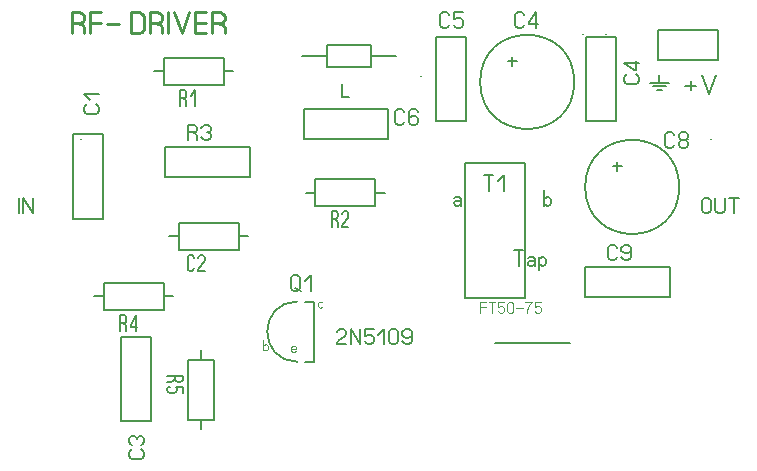
<source format=gbr>
%FSLAX34Y34*%
%MOMM*%
%LNSILK_TOP*%
G71*
G01*
%ADD10C,0.150*%
%ADD11C,0.167*%
%ADD12C,0.200*%
%ADD13C,0.206*%
%ADD14C,0.222*%
%ADD15C,0.111*%
%ADD16C,0.144*%
%LPD*%
G54D10*
X-356830Y151735D02*
X-356830Y129560D01*
X-407530Y129560D01*
X-407530Y151735D01*
X-356830Y151735D01*
G54D10*
X-356630Y140648D02*
X-348730Y140648D01*
G54D10*
X-407630Y140648D02*
X-415530Y140647D01*
G54D11*
X-391104Y118390D02*
X-389104Y116723D01*
X-388437Y115056D01*
X-388437Y111723D01*
G54D11*
X-393771Y111723D02*
X-393771Y125056D01*
X-390437Y125056D01*
X-389104Y124223D01*
X-388437Y122556D01*
X-388437Y120890D01*
X-389104Y119223D01*
X-390437Y118390D01*
X-393771Y118390D01*
G54D11*
X-384771Y120056D02*
X-381437Y125056D01*
X-381437Y111723D01*
G54D11*
X-464622Y112834D02*
X-462956Y111834D01*
X-462122Y109834D01*
X-462122Y107834D01*
X-462956Y105834D01*
X-464622Y104834D01*
X-472956Y104834D01*
X-474622Y105834D01*
X-475456Y107834D01*
X-475456Y109834D01*
X-474622Y111834D01*
X-472956Y112834D01*
G54D11*
X-470456Y116501D02*
X-475456Y121501D01*
X-462122Y121501D01*
G54D10*
X20812Y-50064D02*
X20812Y-24664D01*
X-50788Y-24664D01*
X-50788Y-50064D01*
X20812Y-50064D01*
G54D11*
X-23812Y-16772D02*
X-24812Y-18439D01*
X-26812Y-19272D01*
X-28812Y-19272D01*
X-30812Y-18439D01*
X-31812Y-16772D01*
X-31812Y-8439D01*
X-30812Y-6772D01*
X-28812Y-5939D01*
X-26812Y-5939D01*
X-24812Y-6772D01*
X-23812Y-8439D01*
G54D11*
X-20145Y-16772D02*
X-19145Y-18439D01*
X-17145Y-19272D01*
X-15145Y-19272D01*
X-13145Y-18439D01*
X-12145Y-16772D01*
X-12145Y-12606D01*
X-12145Y-11772D01*
X-15145Y-13439D01*
X-17145Y-13439D01*
X-19145Y-12606D01*
X-20145Y-10939D01*
X-20145Y-8439D01*
X-19145Y-6772D01*
X-17145Y-5939D01*
X-15145Y-5939D01*
X-13145Y-6772D01*
X-12145Y-8439D01*
X-12145Y-12606D01*
G54D12*
X33700Y128614D02*
X43300Y128614D01*
G54D12*
X38500Y132614D02*
X38500Y124614D01*
G54D12*
X47700Y137614D02*
X53700Y121614D01*
X59700Y137614D01*
G54D10*
X11204Y150138D02*
X11204Y175538D01*
X62004Y175538D01*
X62004Y150138D01*
X11204Y150138D01*
G54D10*
X-288200Y-54200D02*
X-280200Y-54200D01*
X-280200Y-104925D01*
X-288200Y-104925D01*
G54D10*
G75*
G01X-294511Y-54069D02*
G03X-294511Y-105069I0J-25500D01*
G01*
G54D11*
X-296344Y-42525D02*
X-291344Y-45025D01*
G54D11*
X-292344Y-34192D02*
X-292344Y-42525D01*
X-293344Y-44192D01*
X-295344Y-45025D01*
X-297344Y-45025D01*
X-299344Y-44192D01*
X-300344Y-42525D01*
X-300344Y-34192D01*
X-299344Y-32525D01*
X-297344Y-31692D01*
X-295344Y-31692D01*
X-293344Y-32525D01*
X-292344Y-34192D01*
G54D11*
X-287677Y-36692D02*
X-282677Y-31692D01*
X-282677Y-45025D01*
G54D10*
X-334788Y51536D02*
X-334788Y76936D01*
X-406388Y76936D01*
X-406388Y51536D01*
X-334788Y51536D01*
G54D11*
X-383412Y88994D02*
X-380412Y87328D01*
X-379412Y85661D01*
X-379412Y82328D01*
G54D11*
X-387412Y82328D02*
X-387412Y95661D01*
X-382412Y95661D01*
X-380412Y94828D01*
X-379412Y93161D01*
X-379412Y91494D01*
X-380412Y89828D01*
X-382412Y88994D01*
X-387412Y88994D01*
G54D11*
X-375745Y93161D02*
X-374745Y94828D01*
X-372745Y95661D01*
X-370745Y95661D01*
X-368745Y94828D01*
X-367745Y93161D01*
X-367745Y91494D01*
X-368745Y89828D01*
X-370745Y88994D01*
X-368745Y88161D01*
X-367745Y86494D01*
X-367745Y84828D01*
X-368745Y83161D01*
X-370745Y82328D01*
X-372745Y82328D01*
X-374745Y83161D01*
X-375745Y84828D01*
G54D10*
X-344130Y12035D02*
X-344130Y-10140D01*
X-394830Y-10140D01*
X-394830Y12035D01*
X-344130Y12035D01*
G54D10*
X-343930Y948D02*
X-336030Y948D01*
G54D10*
X-394930Y948D02*
X-402830Y947D01*
G54D11*
X-382087Y-25477D02*
X-382754Y-27144D01*
X-384087Y-27977D01*
X-385421Y-27977D01*
X-386754Y-27144D01*
X-387421Y-25477D01*
X-387421Y-17144D01*
X-386754Y-15477D01*
X-385421Y-14644D01*
X-384087Y-14644D01*
X-382754Y-15477D01*
X-382087Y-17144D01*
G54D11*
X-373087Y-27977D02*
X-378421Y-27977D01*
X-378421Y-27144D01*
X-377754Y-25477D01*
X-373754Y-20477D01*
X-373087Y-18810D01*
X-373087Y-17144D01*
X-373754Y-15477D01*
X-375087Y-14644D01*
X-376421Y-14644D01*
X-377754Y-15477D01*
X-378421Y-17144D01*
G54D10*
X-407630Y-38765D02*
X-407630Y-60940D01*
X-458330Y-60940D01*
X-458330Y-38765D01*
X-407630Y-38765D01*
G54D10*
X-407430Y-49852D02*
X-399530Y-49852D01*
G54D10*
X-458430Y-49852D02*
X-466330Y-49853D01*
G54D11*
X-441904Y-72110D02*
X-439904Y-73777D01*
X-439237Y-75444D01*
X-439237Y-78777D01*
G54D11*
X-444571Y-78777D02*
X-444571Y-65444D01*
X-441237Y-65444D01*
X-439904Y-66277D01*
X-439237Y-67944D01*
X-439237Y-69610D01*
X-439904Y-71277D01*
X-441237Y-72110D01*
X-444571Y-72110D01*
G54D11*
X-431571Y-78777D02*
X-431571Y-65444D01*
X-435571Y-73777D01*
X-435571Y-75444D01*
X-430237Y-75444D01*
G54D10*
X-418631Y-83810D02*
X-444031Y-83810D01*
X-444031Y-155410D01*
X-418631Y-155410D01*
X-418631Y-83810D01*
G54D10*
X-364725Y-154030D02*
X-386900Y-154030D01*
X-386900Y-103330D01*
X-364725Y-103330D01*
X-364725Y-154030D01*
G54D10*
X-375813Y-154230D02*
X-375813Y-162130D01*
G54D10*
X-375813Y-103230D02*
X-375813Y-95330D01*
G54D11*
X-398071Y-119756D02*
X-399737Y-121756D01*
X-401404Y-122422D01*
X-404737Y-122422D01*
G54D11*
X-404737Y-117089D02*
X-391404Y-117089D01*
X-391404Y-120422D01*
X-392237Y-121756D01*
X-393904Y-122422D01*
X-395571Y-122422D01*
X-397237Y-121756D01*
X-398071Y-120422D01*
X-398071Y-117089D01*
G54D11*
X-391404Y-131422D02*
X-391404Y-126089D01*
X-397237Y-126089D01*
X-397237Y-126756D01*
X-396404Y-128089D01*
X-396404Y-129422D01*
X-397237Y-130756D01*
X-398904Y-131422D01*
X-402237Y-131422D01*
X-403904Y-130756D01*
X-404737Y-129422D01*
X-404737Y-128089D01*
X-403904Y-126756D01*
X-402237Y-126089D01*
G54D10*
X-24931Y170190D02*
X-50331Y170190D01*
X-50331Y98590D01*
X-24931Y98590D01*
X-24931Y170190D01*
G54D10*
X-151931Y170190D02*
X-177331Y170190D01*
X-177331Y98590D01*
X-151931Y98590D01*
X-151931Y170190D01*
G54D10*
X-112644Y153106D02*
X-112644Y145506D01*
G54D10*
X-108844Y149306D02*
X-116444Y149306D01*
G54D10*
G75*
G01X-60094Y131800D02*
G03X-60094Y131800I-39850J0D01*
G01*
G54D13*
X-33344Y172400D02*
X-33344Y172400D01*
G54D13*
X-52844Y172400D02*
X-52844Y172400D01*
G54D10*
X-228646Y49196D02*
X-228646Y27021D01*
X-279346Y27021D01*
X-279346Y49196D01*
X-228646Y49196D01*
G54D10*
X-228446Y38109D02*
X-220546Y38109D01*
G54D10*
X-279446Y38109D02*
X-287346Y38108D01*
G54D11*
X-262920Y15851D02*
X-260920Y14184D01*
X-260254Y12518D01*
X-260254Y9184D01*
G54D11*
X-265587Y9184D02*
X-265587Y22518D01*
X-262254Y22518D01*
X-260920Y21684D01*
X-260254Y20018D01*
X-260254Y18351D01*
X-260920Y16684D01*
X-262254Y15851D01*
X-265587Y15851D01*
G54D11*
X-251254Y9184D02*
X-256587Y9184D01*
X-256587Y10018D01*
X-255920Y11684D01*
X-251920Y16684D01*
X-251254Y18351D01*
X-251254Y20018D01*
X-251920Y21684D01*
X-253254Y22518D01*
X-254587Y22518D01*
X-255920Y21684D01*
X-256587Y20018D01*
G54D11*
X55650Y31383D02*
X55650Y23050D01*
X54650Y21383D01*
X52650Y20550D01*
X50650Y20550D01*
X48650Y21383D01*
X47650Y23050D01*
X47650Y31383D01*
X48650Y33050D01*
X50650Y33883D01*
X52650Y33883D01*
X54650Y33050D01*
X55650Y31383D01*
G54D11*
X59317Y33883D02*
X59317Y23050D01*
X60317Y21383D01*
X62317Y20550D01*
X64317Y20550D01*
X66317Y21383D01*
X67317Y23050D01*
X67317Y33883D01*
G54D11*
X74984Y20550D02*
X74984Y33883D01*
G54D11*
X70984Y33883D02*
X78984Y33883D01*
G54D11*
X-107100Y-23900D02*
X-107100Y-10567D01*
G54D11*
X-111100Y-10567D02*
X-103100Y-10567D01*
G54D11*
X-99433Y-17233D02*
X-97433Y-16400D01*
X-95033Y-16400D01*
X-93433Y-18067D01*
X-93433Y-23900D01*
G54D11*
X-93433Y-21400D02*
X-94433Y-19733D01*
X-96433Y-19400D01*
X-98433Y-19733D01*
X-99433Y-21400D01*
X-99033Y-23067D01*
X-97433Y-23900D01*
X-96433Y-23900D01*
X-96033Y-23900D01*
X-94433Y-23067D01*
X-93433Y-21400D01*
G54D11*
X-89766Y-16400D02*
X-89766Y-27233D01*
G54D11*
X-89766Y-21400D02*
X-88766Y-23567D01*
X-86766Y-23900D01*
X-84766Y-23567D01*
X-83766Y-21900D01*
X-83766Y-18567D01*
X-84766Y-16900D01*
X-86766Y-16400D01*
X-88766Y-16900D01*
X-89766Y-18900D01*
G54D11*
X-132500Y39600D02*
X-132500Y52933D01*
G54D11*
X-136500Y52933D02*
X-128500Y52933D01*
G54D11*
X-124833Y47933D02*
X-119833Y52933D01*
X-119833Y39600D01*
G54D14*
X-480417Y181839D02*
X-476417Y179617D01*
X-475083Y177394D01*
X-475083Y172950D01*
G54D14*
X-485750Y172950D02*
X-485750Y190728D01*
X-479083Y190728D01*
X-476417Y189617D01*
X-475083Y187394D01*
X-475083Y185172D01*
X-476417Y182950D01*
X-479083Y181839D01*
X-485750Y181839D01*
G54D14*
X-470194Y172950D02*
X-470194Y190728D01*
X-460861Y190728D01*
G54D14*
X-470194Y181839D02*
X-460861Y181839D01*
G54D14*
X-455972Y180728D02*
X-445305Y180728D01*
G54D14*
X-435260Y172950D02*
X-435260Y190728D01*
X-428593Y190728D01*
X-425927Y189617D01*
X-424593Y187394D01*
X-424593Y176283D01*
X-425927Y174061D01*
X-428593Y172950D01*
X-435260Y172950D01*
G54D14*
X-414371Y181839D02*
X-410371Y179617D01*
X-409037Y177394D01*
X-409037Y172950D01*
G54D14*
X-419704Y172950D02*
X-419704Y190728D01*
X-413037Y190728D01*
X-410371Y189617D01*
X-409037Y187394D01*
X-409037Y185172D01*
X-410371Y182950D01*
X-413037Y181839D01*
X-419704Y181839D01*
G54D14*
X-404148Y172950D02*
X-404148Y190728D01*
G54D14*
X-399259Y190728D02*
X-392592Y172950D01*
X-385926Y190728D01*
G54D14*
X-371704Y172950D02*
X-381037Y172950D01*
X-381037Y190728D01*
X-371704Y190728D01*
G54D14*
X-381037Y181839D02*
X-371704Y181839D01*
G54D14*
X-361482Y181839D02*
X-357482Y179617D01*
X-356148Y177394D01*
X-356148Y172950D01*
G54D14*
X-366815Y172950D02*
X-366815Y190728D01*
X-360148Y190728D01*
X-357482Y189617D01*
X-356148Y187394D01*
X-356148Y185172D01*
X-357482Y182950D01*
X-360148Y181839D01*
X-366815Y181839D01*
G54D12*
X-127000Y-88900D02*
X-63500Y-88900D01*
G54D12*
X-152400Y63500D02*
X-101600Y63500D01*
X-101600Y-50800D01*
X-152400Y-50800D01*
X-152400Y63500D01*
G54D15*
X-139700Y-63500D02*
X-139700Y-54611D01*
X-135033Y-54611D01*
G54D15*
X-139700Y-59056D02*
X-135033Y-59056D01*
G54D15*
X-129922Y-63500D02*
X-129922Y-54611D01*
G54D15*
X-132589Y-54611D02*
X-127256Y-54611D01*
G54D15*
X-119479Y-54611D02*
X-124812Y-54611D01*
X-124812Y-58500D01*
X-124145Y-58500D01*
X-122812Y-57944D01*
X-121479Y-57944D01*
X-120145Y-58500D01*
X-119479Y-59611D01*
X-119479Y-61833D01*
X-120145Y-62944D01*
X-121479Y-63500D01*
X-122812Y-63500D01*
X-124145Y-62944D01*
X-124812Y-61833D01*
G54D15*
X-111702Y-56278D02*
X-111702Y-61833D01*
X-112368Y-62944D01*
X-113702Y-63500D01*
X-115035Y-63500D01*
X-116368Y-62944D01*
X-117035Y-61833D01*
X-117035Y-56278D01*
X-116368Y-55167D01*
X-115035Y-54611D01*
X-113702Y-54611D01*
X-112368Y-55167D01*
X-111702Y-56278D01*
G54D15*
X-109258Y-59611D02*
X-103925Y-59611D01*
G54D15*
X-101481Y-54611D02*
X-96148Y-54611D01*
X-96814Y-55722D01*
X-98148Y-57389D01*
X-99481Y-59611D01*
X-100148Y-61278D01*
X-100148Y-63500D01*
G54D15*
X-88371Y-54611D02*
X-93704Y-54611D01*
X-93704Y-58500D01*
X-93037Y-58500D01*
X-91704Y-57944D01*
X-90371Y-57944D01*
X-89037Y-58500D01*
X-88371Y-59611D01*
X-88371Y-61833D01*
X-89037Y-62944D01*
X-90371Y-63500D01*
X-91704Y-63500D01*
X-93037Y-62944D01*
X-93704Y-61833D01*
G54D10*
X-231800Y163400D02*
X-231800Y144400D01*
X-269800Y144400D01*
X-269800Y163400D01*
X-231800Y163400D01*
G54D10*
X-231700Y153900D02*
X-211100Y153900D01*
G54D10*
X-290500Y153900D02*
X-269900Y153900D01*
G54D16*
X-256887Y130350D02*
X-256887Y118794D01*
X-250820Y118794D01*
G54D16*
X-190000Y137150D02*
X-190000Y137150D01*
G54D10*
X-217731Y83590D02*
X-217731Y108990D01*
X-289331Y108990D01*
X-289331Y83590D01*
X-217731Y83590D01*
G54D10*
X-23744Y64206D02*
X-23744Y56606D01*
G54D10*
X-19944Y60406D02*
X-27544Y60406D01*
G54D10*
G75*
G01X28806Y42900D02*
G03X28806Y42900I-39850J0D01*
G01*
G54D13*
X55556Y83500D02*
X55556Y83500D01*
G54D13*
X36056Y83500D02*
X36056Y83500D01*
G54D11*
X-426522Y-179266D02*
X-424856Y-180266D01*
X-424022Y-182266D01*
X-424022Y-184266D01*
X-424856Y-186266D01*
X-426522Y-187266D01*
X-434856Y-187266D01*
X-436522Y-186266D01*
X-437356Y-184266D01*
X-437356Y-182266D01*
X-436522Y-180266D01*
X-434856Y-179266D01*
G54D11*
X-434856Y-175599D02*
X-436522Y-174599D01*
X-437356Y-172599D01*
X-437356Y-170599D01*
X-436522Y-168599D01*
X-434856Y-167599D01*
X-433189Y-167599D01*
X-431522Y-168599D01*
X-430689Y-170599D01*
X-429856Y-168599D01*
X-428189Y-167599D01*
X-426522Y-167599D01*
X-424856Y-168599D01*
X-424022Y-170599D01*
X-424022Y-172599D01*
X-424856Y-174599D01*
X-426522Y-175599D01*
G54D12*
X11947Y137524D02*
X11948Y131174D01*
G54D12*
X19885Y131174D02*
X4010Y131174D01*
G54D12*
X6391Y127999D02*
X17504Y127999D01*
G54D12*
X14328Y124824D02*
X9566Y124824D01*
G54D11*
X-161900Y33567D02*
X-159900Y34400D01*
X-157500Y34400D01*
X-155900Y32733D01*
X-155900Y26900D01*
G54D11*
X-155900Y29400D02*
X-156900Y31067D01*
X-158900Y31400D01*
X-160900Y31067D01*
X-161900Y29400D01*
X-161500Y27733D01*
X-159900Y26900D01*
X-158900Y26900D01*
X-158500Y26900D01*
X-156900Y27733D01*
X-155900Y29400D01*
G54D11*
X-85700Y26900D02*
X-85700Y40233D01*
G54D11*
X-85700Y32233D02*
X-84700Y33900D01*
X-82700Y34400D01*
X-80700Y33900D01*
X-79700Y32233D01*
X-79700Y28900D01*
X-80700Y27233D01*
X-82700Y26900D01*
X-84700Y27233D01*
X-85700Y28900D01*
G54D11*
X-7422Y138234D02*
X-5756Y137234D01*
X-4922Y135234D01*
X-4922Y133234D01*
X-5756Y131234D01*
X-7422Y130234D01*
X-15756Y130234D01*
X-17422Y131234D01*
X-18256Y133234D01*
X-18256Y135234D01*
X-17422Y137234D01*
X-15756Y138234D01*
G54D11*
X-4922Y147901D02*
X-18256Y147901D01*
X-9922Y141901D01*
X-8256Y141901D01*
X-8256Y149901D01*
G54D11*
X-102258Y180274D02*
X-103258Y178607D01*
X-105258Y177774D01*
X-107258Y177774D01*
X-109258Y178607D01*
X-110258Y180274D01*
X-110258Y188607D01*
X-109258Y190274D01*
X-107258Y191107D01*
X-105258Y191107D01*
X-103258Y190274D01*
X-102258Y188607D01*
G54D11*
X-92591Y177774D02*
X-92591Y191107D01*
X-98591Y182774D01*
X-98591Y181107D01*
X-90591Y181107D01*
G54D11*
X-165758Y180274D02*
X-166758Y178607D01*
X-168758Y177774D01*
X-170758Y177774D01*
X-172758Y178607D01*
X-173758Y180274D01*
X-173758Y188607D01*
X-172758Y190274D01*
X-170758Y191107D01*
X-168758Y191107D01*
X-166758Y190274D01*
X-165758Y188607D01*
G54D11*
X-154091Y191107D02*
X-162091Y191107D01*
X-162091Y185274D01*
X-161091Y185274D01*
X-159091Y186107D01*
X-157091Y186107D01*
X-155091Y185274D01*
X-154091Y183607D01*
X-154091Y180274D01*
X-155091Y178607D01*
X-157091Y177774D01*
X-159091Y177774D01*
X-161091Y178607D01*
X-162091Y180274D01*
G54D11*
X-203858Y97724D02*
X-204858Y96057D01*
X-206858Y95224D01*
X-208858Y95224D01*
X-210858Y96057D01*
X-211858Y97724D01*
X-211858Y106057D01*
X-210858Y107724D01*
X-208858Y108557D01*
X-206858Y108557D01*
X-204858Y107724D01*
X-203858Y106057D01*
G54D11*
X-192191Y106057D02*
X-193191Y107724D01*
X-195191Y108557D01*
X-197191Y108557D01*
X-199191Y107724D01*
X-200191Y106057D01*
X-200191Y101890D01*
X-200191Y101057D01*
X-197191Y102724D01*
X-195191Y102724D01*
X-193191Y101890D01*
X-192191Y100224D01*
X-192191Y97724D01*
X-193191Y96057D01*
X-195191Y95224D01*
X-197191Y95224D01*
X-199191Y96057D01*
X-200191Y97724D01*
X-200191Y101890D01*
G54D11*
X24742Y78674D02*
X23742Y77007D01*
X21742Y76174D01*
X19742Y76174D01*
X17742Y77007D01*
X16742Y78674D01*
X16742Y87007D01*
X17742Y88674D01*
X19742Y89507D01*
X21742Y89507D01*
X23742Y88674D01*
X24742Y87007D01*
G54D11*
X33410Y82840D02*
X31410Y82840D01*
X29410Y83674D01*
X28410Y85340D01*
X28410Y87007D01*
X29410Y88674D01*
X31410Y89507D01*
X33410Y89507D01*
X35410Y88674D01*
X36410Y87007D01*
X36410Y85340D01*
X35410Y83674D01*
X33410Y82840D01*
X35410Y82007D01*
X36410Y80340D01*
X36410Y78674D01*
X35410Y77007D01*
X33410Y76174D01*
X31410Y76174D01*
X29410Y77007D01*
X28410Y78674D01*
X28410Y80340D01*
X29410Y82007D01*
X31410Y82840D01*
G54D11*
X-252960Y-90451D02*
X-260960Y-90451D01*
X-260960Y-89618D01*
X-259960Y-87951D01*
X-253960Y-82951D01*
X-252960Y-81284D01*
X-252960Y-79618D01*
X-253960Y-77951D01*
X-255960Y-77118D01*
X-257960Y-77118D01*
X-259960Y-77951D01*
X-260960Y-79618D01*
G54D11*
X-249293Y-90451D02*
X-249293Y-77118D01*
X-241293Y-90451D01*
X-241293Y-77118D01*
G54D11*
X-229626Y-77118D02*
X-237626Y-77118D01*
X-237626Y-82951D01*
X-236626Y-82951D01*
X-234626Y-82118D01*
X-232626Y-82118D01*
X-230626Y-82951D01*
X-229626Y-84618D01*
X-229626Y-87951D01*
X-230626Y-89618D01*
X-232626Y-90451D01*
X-234626Y-90451D01*
X-236626Y-89618D01*
X-237626Y-87951D01*
G54D11*
X-225959Y-82118D02*
X-220959Y-77118D01*
X-220959Y-90451D01*
G54D11*
X-209292Y-79618D02*
X-209292Y-87951D01*
X-210292Y-89618D01*
X-212292Y-90451D01*
X-214292Y-90451D01*
X-216292Y-89618D01*
X-217292Y-87951D01*
X-217292Y-79618D01*
X-216292Y-77951D01*
X-214292Y-77118D01*
X-212292Y-77118D01*
X-210292Y-77951D01*
X-209292Y-79618D01*
G54D11*
X-205625Y-87951D02*
X-204625Y-89618D01*
X-202625Y-90451D01*
X-200625Y-90451D01*
X-198625Y-89618D01*
X-197625Y-87951D01*
X-197625Y-83784D01*
X-197625Y-82951D01*
X-200625Y-84618D01*
X-202625Y-84618D01*
X-204625Y-83784D01*
X-205625Y-82118D01*
X-205625Y-79618D01*
X-204625Y-77951D01*
X-202625Y-77118D01*
X-200625Y-77118D01*
X-198625Y-77951D01*
X-197625Y-79618D01*
X-197625Y-83784D01*
G54D15*
X-296108Y-96229D02*
X-297175Y-96785D01*
X-298508Y-96785D01*
X-299841Y-96229D01*
X-300108Y-95118D01*
X-300108Y-93229D01*
X-299441Y-92118D01*
X-298108Y-91785D01*
X-296775Y-92118D01*
X-296108Y-92896D01*
X-296108Y-94007D01*
X-300108Y-94007D01*
G54D15*
X-323500Y-95500D02*
X-323500Y-86611D01*
G54D15*
X-323500Y-91944D02*
X-322833Y-90833D01*
X-321500Y-90500D01*
X-320167Y-90833D01*
X-319500Y-91944D01*
X-319500Y-94167D01*
X-320167Y-95278D01*
X-321500Y-95500D01*
X-322833Y-95278D01*
X-323500Y-94167D01*
G54D15*
X-273666Y-54633D02*
X-275000Y-54300D01*
X-276333Y-54633D01*
X-277000Y-55744D01*
X-277000Y-57967D01*
X-276333Y-59078D01*
X-275000Y-59300D01*
X-273666Y-59078D01*
G54D10*
X-484888Y15737D02*
X-459488Y15736D01*
X-459488Y87337D01*
X-484888Y87337D01*
X-484888Y15737D01*
G54D11*
X-530200Y20550D02*
X-530200Y33883D01*
G54D11*
X-526533Y20550D02*
X-526533Y33883D01*
X-518533Y20550D01*
X-518533Y33883D01*
G54D13*
X-477844Y83500D02*
X-477844Y83500D01*
M02*

</source>
